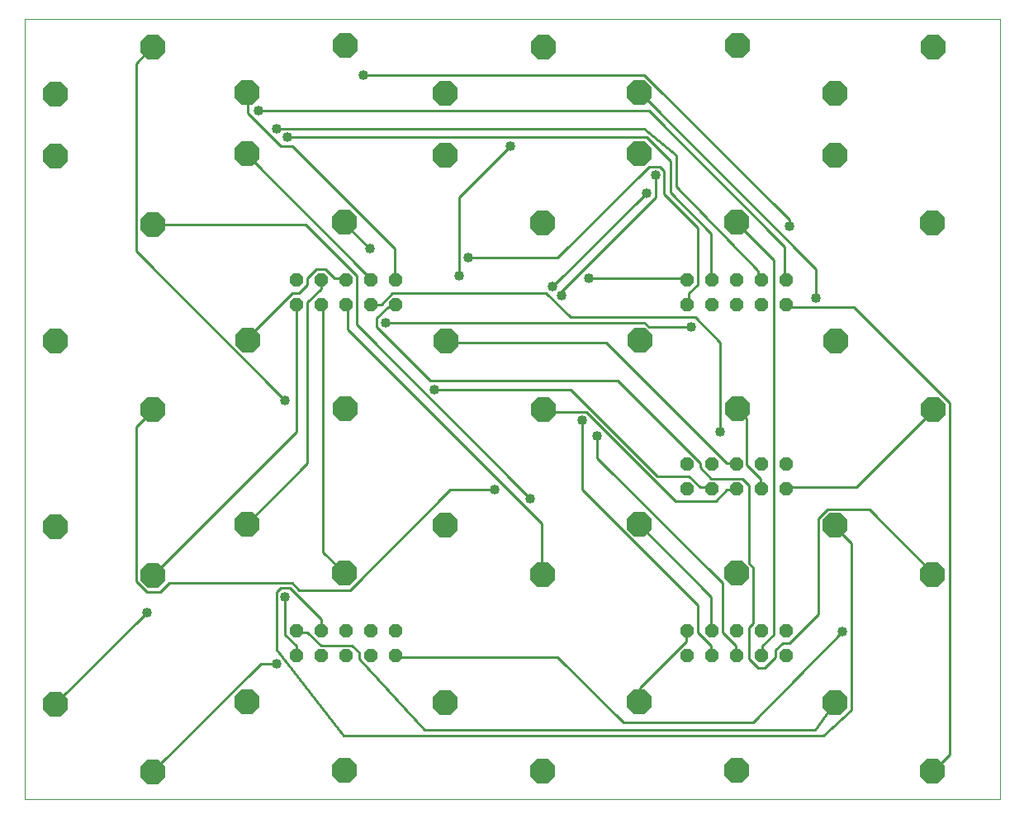
<source format=gtl>
G75*
%MOIN*%
%OFA0B0*%
%FSLAX25Y25*%
%IPPOS*%
%LPD*%
%AMOC8*
5,1,8,0,0,1.08239X$1,22.5*
%
%ADD10C,0.00000*%
%ADD11OC8,0.05600*%
%ADD12OC8,0.10000*%
%ADD13C,0.01000*%
%ADD14C,0.04000*%
D10*
X0001000Y0001000D02*
X0001000Y0315961D01*
X0394819Y0315961D01*
X0394701Y0001000D01*
X0001000Y0001000D01*
D11*
X0110921Y0058992D03*
X0120921Y0058992D03*
X0120921Y0068992D03*
X0110921Y0068992D03*
X0130921Y0068992D03*
X0140921Y0068992D03*
X0140921Y0058992D03*
X0130921Y0058992D03*
X0150921Y0058992D03*
X0150921Y0068992D03*
X0268402Y0068992D03*
X0278402Y0068992D03*
X0288402Y0068992D03*
X0298402Y0068992D03*
X0308402Y0068992D03*
X0308402Y0058992D03*
X0298402Y0058992D03*
X0288402Y0058992D03*
X0278402Y0058992D03*
X0268402Y0058992D03*
X0268402Y0126315D03*
X0278402Y0126315D03*
X0288402Y0126315D03*
X0298402Y0126315D03*
X0308402Y0126315D03*
X0308402Y0136315D03*
X0298402Y0136315D03*
X0288402Y0136315D03*
X0278402Y0136315D03*
X0268402Y0136315D03*
X0268402Y0200724D03*
X0278402Y0200724D03*
X0288402Y0200724D03*
X0298402Y0200724D03*
X0308402Y0200724D03*
X0308402Y0210724D03*
X0298402Y0210724D03*
X0288402Y0210724D03*
X0278402Y0210724D03*
X0268402Y0210724D03*
X0150921Y0210724D03*
X0140921Y0210724D03*
X0130921Y0210724D03*
X0120921Y0210724D03*
X0110921Y0210724D03*
X0110921Y0200724D03*
X0120921Y0200724D03*
X0130921Y0200724D03*
X0140921Y0200724D03*
X0150921Y0200724D03*
D12*
X0171079Y0186039D03*
X0210449Y0158480D03*
X0249425Y0186433D03*
X0288795Y0158874D03*
X0328559Y0186039D03*
X0367929Y0158480D03*
X0328165Y0111630D03*
X0367535Y0091945D03*
X0328165Y0039976D03*
X0367535Y0012417D03*
X0288402Y0012811D03*
X0249031Y0040370D03*
X0210055Y0012417D03*
X0170685Y0039976D03*
X0130134Y0012811D03*
X0090764Y0040370D03*
X0052969Y0012024D03*
X0013598Y0039583D03*
X0052969Y0091551D03*
X0090764Y0112024D03*
X0130134Y0092339D03*
X0170685Y0111630D03*
X0210055Y0091945D03*
X0249031Y0112024D03*
X0288402Y0092339D03*
X0130528Y0158874D03*
X0091157Y0186433D03*
X0052969Y0158480D03*
X0013598Y0186039D03*
X0052969Y0233283D03*
X0090764Y0261630D03*
X0090764Y0286433D03*
X0052969Y0304937D03*
X0013598Y0285646D03*
X0013598Y0260843D03*
X0130134Y0234071D03*
X0170685Y0261236D03*
X0170685Y0286039D03*
X0210449Y0304937D03*
X0249031Y0286433D03*
X0249031Y0261630D03*
X0210055Y0233677D03*
X0288402Y0234071D03*
X0328165Y0261236D03*
X0328165Y0286039D03*
X0288795Y0305331D03*
X0367929Y0304937D03*
X0367535Y0233677D03*
X0130528Y0305331D03*
X0013598Y0111236D03*
D13*
X0046000Y0089200D02*
X0046000Y0151300D01*
X0052300Y0157600D01*
X0052969Y0158480D01*
X0091157Y0186433D02*
X0091000Y0187300D01*
X0109000Y0205300D01*
X0111700Y0205300D01*
X0115300Y0208900D01*
X0115300Y0211600D01*
X0118900Y0215200D01*
X0122500Y0215200D01*
X0126100Y0211600D01*
X0130600Y0211600D01*
X0130921Y0210724D01*
X0135100Y0212500D02*
X0114400Y0233200D01*
X0053200Y0233200D01*
X0052969Y0233283D01*
X0046000Y0222400D02*
X0046000Y0298000D01*
X0052300Y0304300D01*
X0052969Y0304937D01*
X0090764Y0286433D02*
X0091000Y0286300D01*
X0091000Y0278200D01*
X0104500Y0264700D01*
X0109000Y0264700D01*
X0150400Y0223300D01*
X0150400Y0211600D01*
X0150921Y0210724D01*
X0149500Y0205300D02*
X0211600Y0205300D01*
X0221500Y0195794D01*
X0271900Y0195794D01*
X0281800Y0185500D01*
X0281800Y0149500D01*
X0289000Y0158500D02*
X0292600Y0154900D01*
X0292600Y0136000D01*
X0298000Y0130600D01*
X0298000Y0127000D01*
X0298402Y0126315D01*
X0293500Y0127900D02*
X0293500Y0096400D01*
X0295300Y0094600D01*
X0295300Y0072100D01*
X0293500Y0070300D01*
X0293500Y0057700D01*
X0297100Y0054100D01*
X0299800Y0054100D01*
X0304300Y0058600D01*
X0304300Y0061300D01*
X0307000Y0064000D01*
X0309700Y0064000D01*
X0321400Y0075700D01*
X0321400Y0114400D01*
X0325000Y0118000D01*
X0342100Y0118000D01*
X0367300Y0092800D01*
X0367535Y0091945D01*
X0334900Y0104500D02*
X0328600Y0110800D01*
X0328165Y0111630D01*
X0334900Y0104500D02*
X0334900Y0037000D01*
X0323369Y0026650D01*
X0129869Y0026650D01*
X0102700Y0061300D01*
X0102700Y0084700D01*
X0104500Y0086500D01*
X0108100Y0086500D01*
X0120700Y0073900D01*
X0120700Y0069400D01*
X0120921Y0068992D01*
X0115300Y0068500D02*
X0120700Y0063100D01*
X0133300Y0063100D01*
X0136000Y0060400D01*
X0136000Y0057700D01*
X0162494Y0029238D01*
X0319994Y0029238D01*
X0327700Y0039700D01*
X0328165Y0039976D01*
X0298900Y0059500D02*
X0298900Y0063100D01*
X0303400Y0067600D01*
X0303400Y0218800D01*
X0289000Y0233200D01*
X0288402Y0234071D01*
X0278200Y0229544D02*
X0261887Y0246250D01*
X0261887Y0258906D01*
X0252100Y0268300D01*
X0107200Y0268300D01*
X0102700Y0271900D02*
X0251200Y0271900D01*
X0264081Y0260987D01*
X0264081Y0248331D01*
X0296819Y0214806D01*
X0298000Y0211600D01*
X0298402Y0210724D01*
X0307900Y0211600D02*
X0308402Y0210724D01*
X0307900Y0211600D02*
X0307900Y0224200D01*
X0253000Y0279100D01*
X0095500Y0279100D01*
X0090764Y0261630D02*
X0091000Y0261100D01*
X0140500Y0211600D01*
X0140921Y0210724D01*
X0135100Y0212500D02*
X0135100Y0192700D01*
X0205300Y0122500D01*
X0209800Y0112600D02*
X0209800Y0092800D01*
X0210055Y0091945D01*
X0209800Y0112600D02*
X0131500Y0190900D01*
X0131500Y0199900D01*
X0130921Y0200724D01*
X0140921Y0200724D02*
X0141400Y0200800D01*
X0145000Y0200800D01*
X0149500Y0205300D01*
X0150921Y0200724D02*
X0150400Y0199900D01*
X0147700Y0199900D01*
X0143200Y0195400D01*
X0143200Y0191800D01*
X0164800Y0170200D01*
X0240400Y0170200D01*
X0273700Y0136900D01*
X0273700Y0135100D01*
X0278200Y0130600D01*
X0290800Y0130600D01*
X0293500Y0127900D01*
X0288402Y0126315D02*
X0288100Y0126100D01*
X0284500Y0126100D01*
X0280000Y0121600D01*
X0263800Y0121600D01*
X0227800Y0157600D01*
X0210700Y0157600D01*
X0210449Y0158480D01*
X0221500Y0166600D02*
X0166600Y0166600D01*
X0171100Y0185500D02*
X0171079Y0186039D01*
X0171100Y0185500D02*
X0235900Y0185500D01*
X0284500Y0136900D01*
X0288100Y0136900D01*
X0288402Y0136315D01*
X0278200Y0127000D02*
X0273700Y0127000D01*
X0269200Y0131500D01*
X0256600Y0131500D01*
X0221500Y0166600D01*
X0226000Y0154000D02*
X0226000Y0126100D01*
X0272800Y0079300D01*
X0272800Y0068500D01*
X0278200Y0063100D01*
X0278200Y0059500D01*
X0278402Y0058992D01*
X0288100Y0059500D02*
X0288402Y0058992D01*
X0288100Y0059500D02*
X0288100Y0063100D01*
X0282700Y0068500D01*
X0282700Y0088300D01*
X0232300Y0138700D01*
X0232300Y0147700D01*
X0190900Y0126100D02*
X0172900Y0126100D01*
X0132400Y0085600D01*
X0111700Y0085600D01*
X0109000Y0088300D01*
X0059500Y0088300D01*
X0055900Y0084700D01*
X0050500Y0084700D01*
X0046000Y0089200D01*
X0052969Y0091551D02*
X0053200Y0091900D01*
X0110800Y0149500D01*
X0110800Y0199900D01*
X0110921Y0200724D01*
X0115300Y0201700D02*
X0115300Y0136900D01*
X0091000Y0112600D01*
X0090764Y0112024D01*
X0121600Y0100900D02*
X0129700Y0092800D01*
X0130134Y0092339D01*
X0121600Y0100900D02*
X0121600Y0199900D01*
X0120921Y0200724D01*
X0115300Y0201700D02*
X0120700Y0207100D01*
X0120700Y0210700D01*
X0120921Y0210724D01*
X0140500Y0223300D02*
X0130600Y0233200D01*
X0130134Y0234071D01*
X0176500Y0244000D02*
X0176500Y0212500D01*
X0180100Y0219700D02*
X0216100Y0219700D01*
X0253000Y0256600D01*
X0257500Y0256600D01*
X0259300Y0254800D01*
X0259300Y0245350D01*
X0272800Y0231850D01*
X0272800Y0208900D01*
X0269200Y0205300D01*
X0269200Y0200800D01*
X0268402Y0200724D01*
X0270100Y0191800D02*
X0253000Y0191800D01*
X0251200Y0193600D01*
X0146800Y0193600D01*
X0106300Y0162100D02*
X0046000Y0222400D01*
X0137800Y0293500D02*
X0251200Y0293500D01*
X0309700Y0235000D01*
X0309700Y0232300D01*
X0320500Y0215200D02*
X0249400Y0286300D01*
X0249031Y0286433D01*
X0255700Y0253000D02*
X0255700Y0244000D01*
X0217900Y0206200D01*
X0217900Y0204400D01*
X0214300Y0208000D02*
X0252100Y0245800D01*
X0278200Y0229544D02*
X0278200Y0211600D01*
X0278402Y0210724D01*
X0268402Y0210724D02*
X0268300Y0211600D01*
X0228700Y0211600D01*
X0176500Y0244000D02*
X0197200Y0264700D01*
X0308402Y0200724D02*
X0308800Y0199900D01*
X0335800Y0199900D01*
X0374500Y0161200D01*
X0374500Y0019000D01*
X0368200Y0012700D01*
X0367535Y0012417D01*
X0298900Y0059500D02*
X0298402Y0058992D01*
X0278402Y0068992D02*
X0278200Y0069400D01*
X0278200Y0082900D01*
X0249400Y0111700D01*
X0249031Y0112024D01*
X0278402Y0126315D02*
X0278200Y0127000D01*
X0308402Y0126315D02*
X0308800Y0127000D01*
X0336700Y0127000D01*
X0367300Y0157600D01*
X0367929Y0158480D01*
X0320500Y0203500D02*
X0320500Y0215200D01*
X0288795Y0158874D02*
X0289000Y0158500D01*
X0268402Y0068992D02*
X0268300Y0068500D01*
X0268300Y0064900D01*
X0249400Y0046000D01*
X0249400Y0040600D01*
X0249031Y0040370D01*
X0242763Y0032219D02*
X0295075Y0032219D01*
X0331300Y0068838D01*
X0242763Y0032219D02*
X0215988Y0058600D01*
X0151300Y0058600D01*
X0150921Y0058992D01*
X0115300Y0068500D02*
X0111700Y0068500D01*
X0110921Y0068992D01*
X0106300Y0067600D02*
X0110800Y0063100D01*
X0110800Y0059500D01*
X0110921Y0058992D01*
X0102700Y0055900D02*
X0096400Y0055900D01*
X0053200Y0012700D01*
X0052969Y0012024D01*
X0013598Y0039583D02*
X0013600Y0039700D01*
X0050500Y0076600D01*
X0106300Y0082900D02*
X0106300Y0067600D01*
D14*
X0102700Y0055900D03*
X0106300Y0082900D03*
X0050500Y0076600D03*
X0106300Y0162100D03*
X0146800Y0193600D03*
X0176500Y0212500D03*
X0180100Y0219700D03*
X0214300Y0208000D03*
X0217900Y0204400D03*
X0228700Y0211600D03*
X0252100Y0245800D03*
X0255700Y0253000D03*
X0309700Y0232300D03*
X0320500Y0203500D03*
X0270100Y0191800D03*
X0226000Y0154000D03*
X0232300Y0147700D03*
X0205300Y0122500D03*
X0190900Y0126100D03*
X0166600Y0166600D03*
X0140500Y0223300D03*
X0107200Y0268300D03*
X0102700Y0271900D03*
X0095500Y0279100D03*
X0137800Y0293500D03*
X0197200Y0264700D03*
X0281800Y0149500D03*
X0331300Y0068838D03*
M02*

</source>
